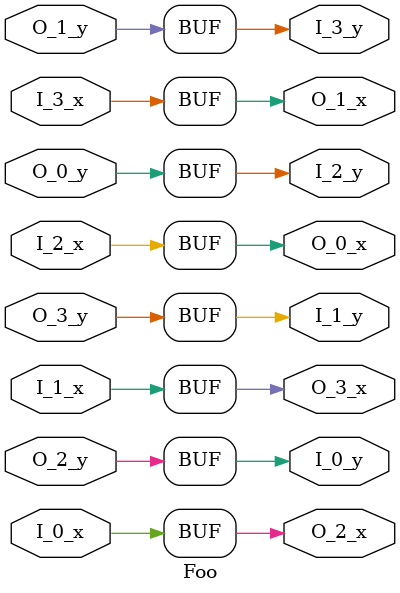
<source format=v>
module Foo (
    input I_0_x,
    output I_0_y,
    input I_1_x,
    output I_1_y,
    input I_2_x,
    output I_2_y,
    input I_3_x,
    output I_3_y,
    output O_0_x,
    input O_0_y,
    output O_1_x,
    input O_1_y,
    output O_2_x,
    input O_2_y,
    output O_3_x,
    input O_3_y
);
assign I_0_y = O_2_y;
assign I_1_y = O_3_y;
assign I_2_y = O_0_y;
assign I_3_y = O_1_y;
assign O_0_x = I_2_x;
assign O_1_x = I_3_x;
assign O_2_x = I_0_x;
assign O_3_x = I_1_x;
endmodule


</source>
